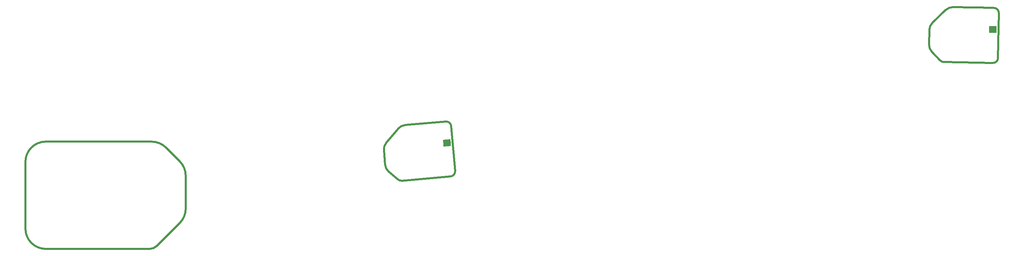
<source format=gbr>
*
G4_C Author: OrCAD GerbTool(tm) 8.1.1 Wed Jun 18 22:44:34 2003*
%LPD*%
%LNstiffbot*%
%FSLAX34Y34*%
%MOIN*%
%AD*%
%AMD26R95*
20,1,0.027000,0.000000,-0.036000,0.000000,0.036000,95.000000*
%
%AMD26R89*
20,1,0.027000,0.000000,-0.036000,0.000000,0.036000,89.000000*
%
%ADD10C,0.010000*%
%ADD11C,0.020000*%
%ADD12D26R95*%
%ADD13D26R89*%
%ADD26R,0.027000X0.072000*%
G4_C OrCAD GerbTool Tool List *
G54D11*
G1X12911Y441D2*
G75*
G2X12205Y148I-707J707D1*
G74*
G1X1987Y149D2*
G75*
G2X-14Y2150I0J2000D1*
G74*
G1X-14Y8707D1*
G1X1987Y10707D2*
G75*
G3X-14Y8707I0J-2000D1*
G74*
G1X12205Y149D2*
G1X1987Y149D1*
G1X1987Y10707D2*
G1X12394Y10707D1*
G75*
G2X13808Y10121I0J-2000D1*
G74*
G1X15162Y8767D1*
G75*
G2X15748Y7353I-1414J-1414D1*
G74*
G1X12911Y441D2*
G1X15163Y2694D1*
G1X15748Y4108D2*
G1X15748Y7353D1*
G1X15163Y2694D2*
G75*
G3X15748Y4108I-1414J1414D1*
G74*
G1X41861Y12230D2*
G75*
G3X41320Y12685I-498J-44D1*
G74*
G1X36631Y6978D2*
G75*
G3X36997Y6862I322J384D1*
G74*
G1X41792Y7282D1*
G1X42247Y7823D2*
G1X41861Y12230D1*
G1X41792Y7282D2*
G75*
G3X42247Y7823I-44J498D1*
G74*
G1X36631Y6978D2*
G1X35716Y7746D1*
G75*
G2X35363Y8425I643J766D1*
G74*
G1X35238Y9857D1*
G75*
G2X35468Y10587I996J87D1*
G74*
G1X36638Y11981D1*
G1X37317Y12335D2*
G1X41320Y12685D1*
G1X36638Y11981D2*
G75*
G2X37317Y12335I766J-643D1*
G74*
G54D12*
G1X41463Y10371D3*
G1X41446Y10568D3*
G1X41428Y10767D3*
G1X95712Y23366D2*
G75*
G54D11*
G3X95220Y23875I-500J9D1*
G74*
G1X89961Y18689D2*
G75*
G3X90313Y18536I360J348D1*
G74*
G1X95126Y18452D1*
G1X95634Y18943D2*
G1X95712Y23366D1*
G1X95126Y18452D2*
G75*
G3X95634Y18943I9J500D1*
G74*
G1X89961Y18689D2*
G1X89131Y19549D1*
G75*
G2X88851Y20261I719J695D1*
G74*
G1X88876Y21699D1*
G75*
G2X89182Y22400I1000J-18D1*
G74*
G1X90491Y23665D1*
G1X91203Y23945D2*
G1X95220Y23875D1*
G1X90491Y23665D2*
G75*
G2X91203Y23945I695J-719D1*
G74*
G54D13*
G1X95121Y21559D3*
G1X95124Y21756D3*
G1X95128Y21956D3*
M2*

</source>
